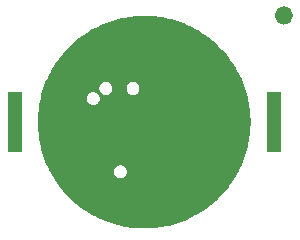
<source format=gbr>
%TF.GenerationSoftware,KiCad,Pcbnew,9.0.6*%
%TF.CreationDate,2025-12-27T16:00:58+00:00*%
%TF.ProjectId,AZUltra,415a556c-7472-4612-9e6b-696361645f70,rev?*%
%TF.SameCoordinates,Original*%
%TF.FileFunction,Soldermask,Bot*%
%TF.FilePolarity,Negative*%
%FSLAX46Y46*%
G04 Gerber Fmt 4.6, Leading zero omitted, Abs format (unit mm)*
G04 Created by KiCad (PCBNEW 9.0.6) date 2025-12-27 16:00:58*
%MOMM*%
%LPD*%
G01*
G04 APERTURE LIST*
%ADD10C,0.800000*%
%ADD11R,1.270000X5.080000*%
%ADD12C,1.000000*%
G04 APERTURE END LIST*
D10*
X167975000Y-74825000D02*
G75*
G02*
X167175000Y-74825000I-400000J0D01*
G01*
X167175000Y-74825000D02*
G75*
G02*
X167975000Y-74825000I400000J0D01*
G01*
D11*
%TO.C,BT1*%
X166750000Y-83850000D03*
X144780000Y-83850000D03*
D12*
X155765000Y-83850000D03*
%TD*%
G36*
X155957618Y-74855353D02*
G01*
X155957960Y-74855361D01*
X156225433Y-74865321D01*
X156225775Y-74865339D01*
X156492835Y-74883260D01*
X156493176Y-74883288D01*
X156759585Y-74909152D01*
X156759925Y-74909190D01*
X157025440Y-74942972D01*
X157025780Y-74943020D01*
X157290218Y-74984702D01*
X157290555Y-74984761D01*
X157553567Y-75034284D01*
X157553902Y-75034352D01*
X157815348Y-75091689D01*
X157815682Y-75091767D01*
X158075349Y-75156875D01*
X158075680Y-75156964D01*
X158333232Y-75229756D01*
X158333560Y-75229854D01*
X158588832Y-75310283D01*
X158589157Y-75310390D01*
X158841979Y-75398404D01*
X158842301Y-75398522D01*
X159092343Y-75494006D01*
X159092661Y-75494133D01*
X159339750Y-75597020D01*
X159340064Y-75597156D01*
X159584008Y-75707366D01*
X159584318Y-75707512D01*
X159824831Y-75824917D01*
X159825136Y-75825071D01*
X160062087Y-75949605D01*
X160062388Y-75949769D01*
X160295513Y-76081296D01*
X160295809Y-76081469D01*
X160524905Y-76219873D01*
X160525195Y-76220054D01*
X160750077Y-76365224D01*
X160750362Y-76365414D01*
X160970838Y-76517224D01*
X160971117Y-76517423D01*
X161186931Y-76675699D01*
X161187204Y-76675905D01*
X161398252Y-76840568D01*
X161398519Y-76840783D01*
X161604547Y-77011639D01*
X161604807Y-77011861D01*
X161805660Y-77188776D01*
X161805914Y-77189007D01*
X162001442Y-77371856D01*
X162001688Y-77372093D01*
X162191636Y-77560631D01*
X162191876Y-77560876D01*
X162376157Y-77755021D01*
X162376389Y-77755273D01*
X162554796Y-77954803D01*
X162555020Y-77955061D01*
X162727417Y-78159827D01*
X162727634Y-78160093D01*
X162893835Y-78369873D01*
X162894044Y-78370144D01*
X163053967Y-78584833D01*
X163054167Y-78585111D01*
X163207588Y-78804412D01*
X163207780Y-78804695D01*
X163354614Y-79028483D01*
X163354798Y-79028772D01*
X163494918Y-79256855D01*
X163495093Y-79257150D01*
X163628344Y-79489274D01*
X163628510Y-79489573D01*
X163754805Y-79725592D01*
X163754962Y-79725897D01*
X163874154Y-79965529D01*
X163874302Y-79965837D01*
X163986332Y-80208968D01*
X163986470Y-80209281D01*
X164091198Y-80455609D01*
X164091327Y-80455927D01*
X164188661Y-80705229D01*
X164188781Y-80705549D01*
X164278673Y-80957701D01*
X164278783Y-80958026D01*
X164361106Y-81212681D01*
X164361207Y-81213008D01*
X164435924Y-81470042D01*
X164436015Y-81470372D01*
X164503054Y-81729549D01*
X164503134Y-81729882D01*
X164562411Y-81990868D01*
X164562482Y-81991203D01*
X164613967Y-82253870D01*
X164614028Y-82254207D01*
X164657671Y-82518290D01*
X164657722Y-82518629D01*
X164693481Y-82783890D01*
X164693522Y-82784230D01*
X164721372Y-83050471D01*
X164721402Y-83050812D01*
X164741307Y-83317698D01*
X164741328Y-83318040D01*
X164753281Y-83585466D01*
X164753291Y-83585808D01*
X164757276Y-83853438D01*
X164757276Y-83853780D01*
X164753291Y-84121409D01*
X164753281Y-84121751D01*
X164741328Y-84389177D01*
X164741307Y-84389519D01*
X164721402Y-84656405D01*
X164721372Y-84656746D01*
X164693522Y-84922987D01*
X164693481Y-84923327D01*
X164657722Y-85188588D01*
X164657671Y-85188927D01*
X164614028Y-85453010D01*
X164613967Y-85453347D01*
X164562482Y-85716014D01*
X164562411Y-85716349D01*
X164503134Y-85977335D01*
X164503054Y-85977668D01*
X164436015Y-86236845D01*
X164435924Y-86237175D01*
X164361207Y-86494209D01*
X164361106Y-86494536D01*
X164278783Y-86749191D01*
X164278673Y-86749516D01*
X164188781Y-87001668D01*
X164188661Y-87001988D01*
X164091327Y-87251290D01*
X164091198Y-87251608D01*
X163986470Y-87497936D01*
X163986332Y-87498249D01*
X163874302Y-87741380D01*
X163874154Y-87741688D01*
X163754962Y-87981320D01*
X163754805Y-87981625D01*
X163628510Y-88217644D01*
X163628344Y-88217943D01*
X163495093Y-88450067D01*
X163494918Y-88450362D01*
X163354798Y-88678445D01*
X163354614Y-88678734D01*
X163207780Y-88902522D01*
X163207588Y-88902805D01*
X163054167Y-89122106D01*
X163053967Y-89122384D01*
X162894044Y-89337073D01*
X162893835Y-89337344D01*
X162727634Y-89547124D01*
X162727417Y-89547390D01*
X162555020Y-89752156D01*
X162554796Y-89752414D01*
X162376389Y-89951944D01*
X162376157Y-89952196D01*
X162191876Y-90146341D01*
X162191636Y-90146586D01*
X162001688Y-90335124D01*
X162001442Y-90335361D01*
X161805914Y-90518210D01*
X161805660Y-90518441D01*
X161604807Y-90695356D01*
X161604547Y-90695578D01*
X161398519Y-90866434D01*
X161398252Y-90866649D01*
X161187204Y-91031312D01*
X161186931Y-91031518D01*
X160971117Y-91189794D01*
X160970838Y-91189993D01*
X160750362Y-91341803D01*
X160750077Y-91341993D01*
X160525195Y-91487163D01*
X160524905Y-91487344D01*
X160295809Y-91625748D01*
X160295513Y-91625921D01*
X160062388Y-91757448D01*
X160062087Y-91757612D01*
X159825136Y-91882146D01*
X159824831Y-91882300D01*
X159584318Y-91999705D01*
X159584008Y-91999851D01*
X159340064Y-92110061D01*
X159339750Y-92110197D01*
X159092661Y-92213084D01*
X159092343Y-92213211D01*
X158842301Y-92308695D01*
X158841979Y-92308813D01*
X158589157Y-92396827D01*
X158588832Y-92396934D01*
X158333560Y-92477363D01*
X158333232Y-92477461D01*
X158075680Y-92550253D01*
X158075349Y-92550342D01*
X157815682Y-92615450D01*
X157815348Y-92615528D01*
X157553902Y-92672865D01*
X157553567Y-92672933D01*
X157290555Y-92722456D01*
X157290218Y-92722515D01*
X157025780Y-92764197D01*
X157025440Y-92764245D01*
X156759925Y-92798027D01*
X156759585Y-92798065D01*
X156493176Y-92823929D01*
X156492835Y-92823957D01*
X156225775Y-92841878D01*
X156225433Y-92841896D01*
X155957960Y-92851856D01*
X155957618Y-92851864D01*
X155689932Y-92853857D01*
X155689589Y-92853854D01*
X155421997Y-92847877D01*
X155421655Y-92847864D01*
X155154360Y-92833921D01*
X155154018Y-92833898D01*
X154887255Y-92812005D01*
X154886914Y-92811972D01*
X154620916Y-92782144D01*
X154620577Y-92782101D01*
X154355588Y-92744368D01*
X154355250Y-92744315D01*
X154091472Y-92698703D01*
X154091135Y-92698639D01*
X153828884Y-92645204D01*
X153828549Y-92645131D01*
X153567987Y-92583907D01*
X153567655Y-92583824D01*
X153309008Y-92514864D01*
X153308679Y-92514771D01*
X153052218Y-92438146D01*
X153051891Y-92438043D01*
X152797805Y-92353809D01*
X152797482Y-92353696D01*
X152546056Y-92261949D01*
X152545736Y-92261827D01*
X152297114Y-92162619D01*
X152296798Y-92162487D01*
X152051268Y-92055933D01*
X152050956Y-92055792D01*
X151808709Y-91941975D01*
X151808401Y-91941825D01*
X151569635Y-91820838D01*
X151569332Y-91820679D01*
X151334274Y-91692638D01*
X151333976Y-91692470D01*
X151102835Y-91557486D01*
X151102542Y-91557309D01*
X150875523Y-91415504D01*
X150875235Y-91415318D01*
X150652547Y-91266822D01*
X150652265Y-91266628D01*
X150434074Y-91111553D01*
X150433798Y-91111350D01*
X150220343Y-90949861D01*
X150220073Y-90949650D01*
X150011542Y-90781896D01*
X150011278Y-90781678D01*
X149807796Y-90607758D01*
X149807539Y-90607532D01*
X149609326Y-90427630D01*
X149609076Y-90427396D01*
X149416309Y-90241673D01*
X149416066Y-90241431D01*
X149228946Y-90050086D01*
X149228710Y-90049838D01*
X149047338Y-89852970D01*
X149047110Y-89852715D01*
X148871697Y-89650554D01*
X148871476Y-89650292D01*
X148702127Y-89442958D01*
X148701915Y-89442689D01*
X148538871Y-89230479D01*
X148538666Y-89230205D01*
X148381958Y-89013158D01*
X148381762Y-89012877D01*
X148231624Y-88791316D01*
X148231436Y-88791030D01*
X148087934Y-88565058D01*
X148087755Y-88564766D01*
X147951071Y-88334662D01*
X147950900Y-88334365D01*
X147821098Y-88100242D01*
X147820937Y-88099940D01*
X147800583Y-88060502D01*
X153183239Y-88060502D01*
X153183741Y-88093745D01*
X153183741Y-88093750D01*
X153191753Y-88159728D01*
X153191755Y-88159738D01*
X153207661Y-88224273D01*
X153231238Y-88286439D01*
X153262129Y-88345297D01*
X153262135Y-88345308D01*
X153299889Y-88400002D01*
X153299890Y-88400003D01*
X153343973Y-88449763D01*
X153343977Y-88449767D01*
X153393737Y-88493850D01*
X153393738Y-88493851D01*
X153448432Y-88531605D01*
X153448443Y-88531611D01*
X153507301Y-88562502D01*
X153569467Y-88586079D01*
X153634002Y-88601985D01*
X153634012Y-88601987D01*
X153699997Y-88609999D01*
X153700001Y-88610000D01*
X153766477Y-88610000D01*
X153766480Y-88609999D01*
X153832465Y-88601987D01*
X153832475Y-88601985D01*
X153897010Y-88586079D01*
X153959176Y-88562502D01*
X154018034Y-88531611D01*
X154018045Y-88531605D01*
X154072739Y-88493851D01*
X154072740Y-88493850D01*
X154122500Y-88449767D01*
X154122504Y-88449763D01*
X154166587Y-88400003D01*
X154166588Y-88400002D01*
X154204342Y-88345308D01*
X154204348Y-88345297D01*
X154235239Y-88286439D01*
X154258816Y-88224273D01*
X154274722Y-88159738D01*
X154274724Y-88159728D01*
X154282736Y-88093743D01*
X154282737Y-88093740D01*
X154282737Y-88027264D01*
X154282736Y-88027260D01*
X154274724Y-87961275D01*
X154274722Y-87961265D01*
X154258816Y-87896730D01*
X154235239Y-87834564D01*
X154204348Y-87775706D01*
X154204342Y-87775695D01*
X154166588Y-87721001D01*
X154166587Y-87721000D01*
X154122504Y-87671240D01*
X154122500Y-87671236D01*
X154072740Y-87627153D01*
X154072739Y-87627152D01*
X154018045Y-87589398D01*
X154018034Y-87589392D01*
X153959176Y-87558501D01*
X153897010Y-87534924D01*
X153832475Y-87519018D01*
X153832465Y-87519016D01*
X153766480Y-87511004D01*
X153699997Y-87511004D01*
X153634012Y-87519016D01*
X153634002Y-87519018D01*
X153569467Y-87534924D01*
X153507301Y-87558501D01*
X153448443Y-87589392D01*
X153448432Y-87589398D01*
X153393738Y-87627152D01*
X153393737Y-87627153D01*
X153343977Y-87671236D01*
X153343973Y-87671240D01*
X153299890Y-87721000D01*
X153299889Y-87721001D01*
X153262135Y-87775695D01*
X153262129Y-87775706D01*
X153231238Y-87834564D01*
X153207661Y-87896730D01*
X153191755Y-87961265D01*
X153191753Y-87961275D01*
X153183741Y-88027253D01*
X153183741Y-88027258D01*
X153183239Y-88060502D01*
X147800583Y-88060502D01*
X147698197Y-87862121D01*
X147698044Y-87861815D01*
X147582406Y-87620380D01*
X147582263Y-87620069D01*
X147473880Y-87375328D01*
X147473746Y-87375012D01*
X147372706Y-87127176D01*
X147372581Y-87126857D01*
X147278954Y-86876092D01*
X147278839Y-86875770D01*
X147192716Y-86622318D01*
X147192611Y-86621992D01*
X147114076Y-86366099D01*
X147113981Y-86365770D01*
X147043109Y-86107690D01*
X147043023Y-86107359D01*
X146979858Y-85847245D01*
X146979782Y-85846911D01*
X146924391Y-85585041D01*
X146924325Y-85584705D01*
X146876756Y-85321300D01*
X146876700Y-85320962D01*
X146836995Y-85056263D01*
X146836949Y-85055924D01*
X146805138Y-84790122D01*
X146805103Y-84789781D01*
X146781226Y-84523222D01*
X146781200Y-84522880D01*
X146765267Y-84255663D01*
X146765252Y-84255321D01*
X146757283Y-83987762D01*
X146757278Y-83987463D01*
X146756780Y-83853695D01*
X146756780Y-83853609D01*
X146757278Y-83719754D01*
X146757283Y-83719455D01*
X146765252Y-83451896D01*
X146765267Y-83451554D01*
X146781200Y-83184337D01*
X146781226Y-83183995D01*
X146805103Y-82917436D01*
X146805138Y-82917095D01*
X146836949Y-82651293D01*
X146836995Y-82650954D01*
X146876700Y-82386255D01*
X146876756Y-82385917D01*
X146924325Y-82122512D01*
X146924391Y-82122176D01*
X146979782Y-81860306D01*
X146979858Y-81859972D01*
X146981363Y-81853776D01*
X150894424Y-81853776D01*
X150894926Y-81887019D01*
X150894926Y-81887024D01*
X150902938Y-81953002D01*
X150902940Y-81953012D01*
X150918846Y-82017547D01*
X150942423Y-82079713D01*
X150973314Y-82138571D01*
X150973320Y-82138582D01*
X151011074Y-82193276D01*
X151011075Y-82193277D01*
X151055158Y-82243037D01*
X151055162Y-82243041D01*
X151104922Y-82287124D01*
X151104923Y-82287125D01*
X151159617Y-82324879D01*
X151159628Y-82324885D01*
X151218486Y-82355776D01*
X151280652Y-82379353D01*
X151345187Y-82395259D01*
X151345197Y-82395261D01*
X151411182Y-82403273D01*
X151411186Y-82403274D01*
X151477662Y-82403274D01*
X151477665Y-82403273D01*
X151543650Y-82395261D01*
X151543660Y-82395259D01*
X151608195Y-82379353D01*
X151670361Y-82355776D01*
X151729219Y-82324885D01*
X151729230Y-82324879D01*
X151783924Y-82287125D01*
X151783925Y-82287124D01*
X151833685Y-82243041D01*
X151833689Y-82243037D01*
X151877772Y-82193277D01*
X151877773Y-82193276D01*
X151915527Y-82138582D01*
X151915533Y-82138571D01*
X151946424Y-82079713D01*
X151970001Y-82017547D01*
X151985907Y-81953012D01*
X151985909Y-81953002D01*
X151993921Y-81887017D01*
X151993922Y-81887014D01*
X151993922Y-81820538D01*
X151993921Y-81820534D01*
X151985909Y-81754549D01*
X151985907Y-81754539D01*
X151970001Y-81690004D01*
X151946424Y-81627838D01*
X151915533Y-81568980D01*
X151915527Y-81568969D01*
X151877773Y-81514275D01*
X151877772Y-81514274D01*
X151833689Y-81464514D01*
X151833685Y-81464510D01*
X151783925Y-81420427D01*
X151783924Y-81420426D01*
X151729230Y-81382672D01*
X151729219Y-81382666D01*
X151670361Y-81351775D01*
X151608195Y-81328198D01*
X151543660Y-81312292D01*
X151543650Y-81312290D01*
X151477665Y-81304278D01*
X151411182Y-81304278D01*
X151345197Y-81312290D01*
X151345187Y-81312292D01*
X151280652Y-81328198D01*
X151218486Y-81351775D01*
X151159628Y-81382666D01*
X151159617Y-81382672D01*
X151104923Y-81420426D01*
X151104922Y-81420427D01*
X151055162Y-81464510D01*
X151055158Y-81464514D01*
X151011075Y-81514274D01*
X151011074Y-81514275D01*
X150973320Y-81568969D01*
X150973314Y-81568980D01*
X150942423Y-81627838D01*
X150918846Y-81690004D01*
X150902940Y-81754539D01*
X150902938Y-81754549D01*
X150894926Y-81820527D01*
X150894926Y-81820532D01*
X150894424Y-81853776D01*
X146981363Y-81853776D01*
X147043023Y-81599858D01*
X147043109Y-81599527D01*
X147113981Y-81341447D01*
X147114076Y-81341118D01*
X147192611Y-81085225D01*
X147192716Y-81084899D01*
X147221565Y-81000000D01*
X151950000Y-81000000D01*
X151950502Y-81033243D01*
X151950502Y-81033248D01*
X151958514Y-81099226D01*
X151958516Y-81099236D01*
X151974422Y-81163771D01*
X151997999Y-81225937D01*
X152028890Y-81284795D01*
X152028896Y-81284806D01*
X152066650Y-81339500D01*
X152066651Y-81339501D01*
X152110734Y-81389261D01*
X152110738Y-81389265D01*
X152160498Y-81433348D01*
X152160499Y-81433349D01*
X152215193Y-81471103D01*
X152215204Y-81471109D01*
X152274062Y-81502000D01*
X152336228Y-81525577D01*
X152400763Y-81541483D01*
X152400773Y-81541485D01*
X152466758Y-81549497D01*
X152466762Y-81549498D01*
X152533238Y-81549498D01*
X152533241Y-81549497D01*
X152599226Y-81541485D01*
X152599236Y-81541483D01*
X152663771Y-81525577D01*
X152725937Y-81502000D01*
X152784795Y-81471109D01*
X152784806Y-81471103D01*
X152839500Y-81433349D01*
X152839501Y-81433348D01*
X152889261Y-81389265D01*
X152889265Y-81389261D01*
X152933348Y-81339501D01*
X152933349Y-81339500D01*
X152971103Y-81284806D01*
X152971109Y-81284795D01*
X153002000Y-81225937D01*
X153025577Y-81163771D01*
X153041483Y-81099236D01*
X153041485Y-81099226D01*
X153049497Y-81033241D01*
X153049498Y-81033238D01*
X153049498Y-81003126D01*
X154249498Y-81003126D01*
X154250000Y-81036369D01*
X154250000Y-81036374D01*
X154258012Y-81102352D01*
X154258014Y-81102362D01*
X154273920Y-81166897D01*
X154297497Y-81229063D01*
X154328388Y-81287921D01*
X154328394Y-81287932D01*
X154366148Y-81342626D01*
X154366149Y-81342627D01*
X154410232Y-81392387D01*
X154410236Y-81392391D01*
X154459996Y-81436474D01*
X154459997Y-81436475D01*
X154514691Y-81474229D01*
X154514702Y-81474235D01*
X154573560Y-81505126D01*
X154635726Y-81528703D01*
X154700261Y-81544609D01*
X154700271Y-81544611D01*
X154766256Y-81552623D01*
X154766260Y-81552624D01*
X154832736Y-81552624D01*
X154832739Y-81552623D01*
X154898724Y-81544611D01*
X154898734Y-81544609D01*
X154963269Y-81528703D01*
X155025435Y-81505126D01*
X155084293Y-81474235D01*
X155084304Y-81474229D01*
X155138998Y-81436475D01*
X155138999Y-81436474D01*
X155188759Y-81392391D01*
X155188763Y-81392387D01*
X155232846Y-81342627D01*
X155232847Y-81342626D01*
X155270601Y-81287932D01*
X155270607Y-81287921D01*
X155301498Y-81229063D01*
X155325075Y-81166897D01*
X155340981Y-81102362D01*
X155340983Y-81102352D01*
X155348995Y-81036367D01*
X155348996Y-81036364D01*
X155348996Y-80969888D01*
X155348995Y-80969884D01*
X155340983Y-80903899D01*
X155340981Y-80903889D01*
X155325075Y-80839354D01*
X155301498Y-80777188D01*
X155270607Y-80718330D01*
X155270601Y-80718319D01*
X155232847Y-80663625D01*
X155232846Y-80663624D01*
X155188763Y-80613864D01*
X155188759Y-80613860D01*
X155138999Y-80569777D01*
X155138998Y-80569776D01*
X155084304Y-80532022D01*
X155084293Y-80532016D01*
X155025435Y-80501125D01*
X154963269Y-80477548D01*
X154898734Y-80461642D01*
X154898724Y-80461640D01*
X154832739Y-80453628D01*
X154766256Y-80453628D01*
X154700271Y-80461640D01*
X154700261Y-80461642D01*
X154635726Y-80477548D01*
X154573560Y-80501125D01*
X154514702Y-80532016D01*
X154514691Y-80532022D01*
X154459997Y-80569776D01*
X154459996Y-80569777D01*
X154410236Y-80613860D01*
X154410232Y-80613864D01*
X154366149Y-80663624D01*
X154366148Y-80663625D01*
X154328394Y-80718319D01*
X154328388Y-80718330D01*
X154297497Y-80777188D01*
X154273920Y-80839354D01*
X154258014Y-80903889D01*
X154258012Y-80903899D01*
X154250000Y-80969877D01*
X154250000Y-80969882D01*
X154249498Y-81003126D01*
X153049498Y-81003126D01*
X153049498Y-80966762D01*
X153049497Y-80966758D01*
X153041485Y-80900773D01*
X153041483Y-80900763D01*
X153025577Y-80836228D01*
X153002000Y-80774062D01*
X152971109Y-80715204D01*
X152971103Y-80715193D01*
X152933349Y-80660499D01*
X152933348Y-80660498D01*
X152889265Y-80610738D01*
X152889261Y-80610734D01*
X152839501Y-80566651D01*
X152839500Y-80566650D01*
X152784806Y-80528896D01*
X152784795Y-80528890D01*
X152725937Y-80497999D01*
X152663771Y-80474422D01*
X152599236Y-80458516D01*
X152599226Y-80458514D01*
X152533241Y-80450502D01*
X152466758Y-80450502D01*
X152400773Y-80458514D01*
X152400763Y-80458516D01*
X152336228Y-80474422D01*
X152274062Y-80497999D01*
X152215204Y-80528890D01*
X152215193Y-80528896D01*
X152160499Y-80566650D01*
X152160498Y-80566651D01*
X152110738Y-80610734D01*
X152110734Y-80610738D01*
X152066651Y-80660498D01*
X152066650Y-80660499D01*
X152028896Y-80715193D01*
X152028890Y-80715204D01*
X151997999Y-80774062D01*
X151974422Y-80836228D01*
X151958516Y-80900763D01*
X151958514Y-80900773D01*
X151950502Y-80966751D01*
X151950502Y-80966756D01*
X151950000Y-81000000D01*
X147221565Y-81000000D01*
X147278839Y-80831447D01*
X147278954Y-80831125D01*
X147372581Y-80580360D01*
X147372706Y-80580041D01*
X147473746Y-80332205D01*
X147473880Y-80331889D01*
X147582263Y-80087148D01*
X147582406Y-80086837D01*
X147698044Y-79845402D01*
X147698197Y-79845096D01*
X147820937Y-79607277D01*
X147821098Y-79606975D01*
X147950900Y-79372852D01*
X147951071Y-79372555D01*
X148087755Y-79142451D01*
X148087934Y-79142159D01*
X148231436Y-78916187D01*
X148231624Y-78915901D01*
X148381762Y-78694340D01*
X148381958Y-78694059D01*
X148538666Y-78477012D01*
X148538871Y-78476738D01*
X148701915Y-78264528D01*
X148702127Y-78264259D01*
X148871476Y-78056925D01*
X148871697Y-78056663D01*
X149047110Y-77854502D01*
X149047338Y-77854247D01*
X149228710Y-77657379D01*
X149228946Y-77657131D01*
X149416066Y-77465786D01*
X149416309Y-77465544D01*
X149609076Y-77279821D01*
X149609326Y-77279587D01*
X149807539Y-77099685D01*
X149807796Y-77099459D01*
X150011278Y-76925539D01*
X150011542Y-76925321D01*
X150220073Y-76757567D01*
X150220343Y-76757356D01*
X150433798Y-76595867D01*
X150434074Y-76595664D01*
X150652265Y-76440589D01*
X150652547Y-76440395D01*
X150875235Y-76291899D01*
X150875523Y-76291713D01*
X151102542Y-76149908D01*
X151102835Y-76149731D01*
X151333976Y-76014747D01*
X151334274Y-76014579D01*
X151569332Y-75886538D01*
X151569635Y-75886379D01*
X151808401Y-75765392D01*
X151808709Y-75765242D01*
X152050956Y-75651425D01*
X152051268Y-75651284D01*
X152296798Y-75544730D01*
X152297114Y-75544598D01*
X152545736Y-75445390D01*
X152546056Y-75445268D01*
X152797482Y-75353521D01*
X152797805Y-75353408D01*
X153051891Y-75269174D01*
X153052218Y-75269071D01*
X153308679Y-75192446D01*
X153309008Y-75192353D01*
X153567655Y-75123393D01*
X153567987Y-75123310D01*
X153828549Y-75062086D01*
X153828884Y-75062013D01*
X154091135Y-75008578D01*
X154091472Y-75008514D01*
X154355250Y-74962902D01*
X154355588Y-74962849D01*
X154620577Y-74925116D01*
X154620916Y-74925073D01*
X154886914Y-74895245D01*
X154887255Y-74895212D01*
X155154018Y-74873319D01*
X155154360Y-74873296D01*
X155421655Y-74859353D01*
X155421997Y-74859340D01*
X155689589Y-74853363D01*
X155689932Y-74853360D01*
X155957618Y-74855353D01*
G37*
M02*

</source>
